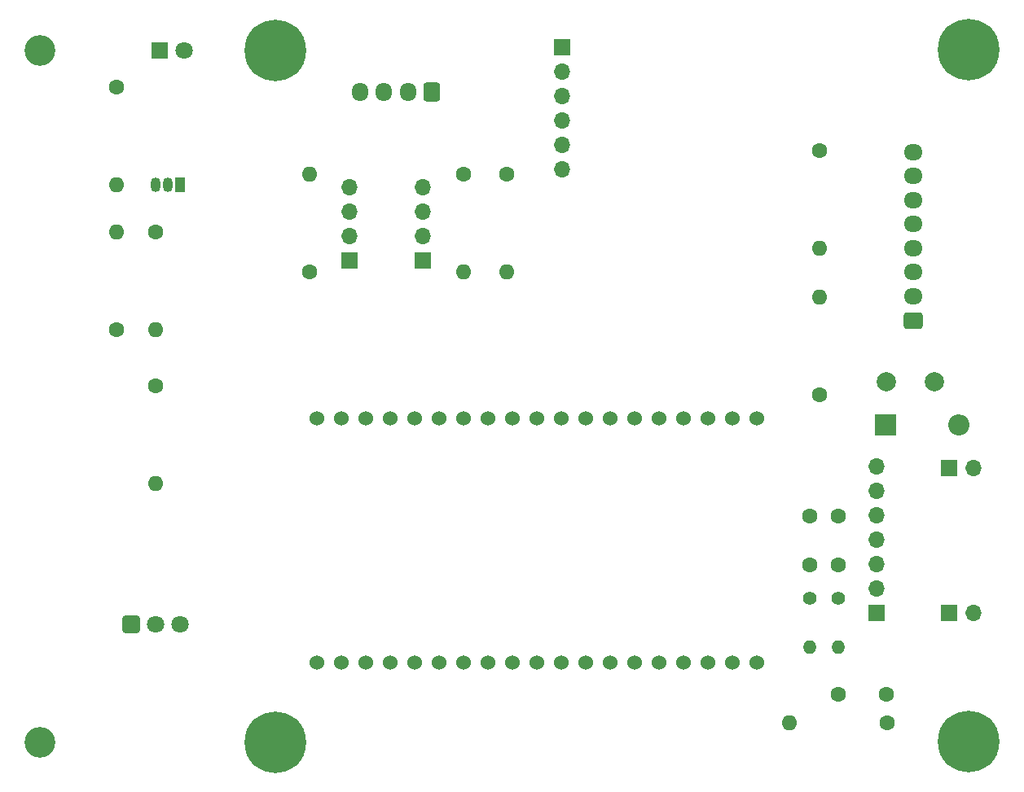
<source format=gbr>
%TF.GenerationSoftware,KiCad,Pcbnew,9.0.0*%
%TF.CreationDate,2025-11-09T18:10:32+09:00*%
%TF.ProjectId,temperature_monitor,74656d70-6572-4617-9475-72655f6d6f6e,0.1.1*%
%TF.SameCoordinates,Original*%
%TF.FileFunction,Soldermask,Bot*%
%TF.FilePolarity,Negative*%
%FSLAX46Y46*%
G04 Gerber Fmt 4.6, Leading zero omitted, Abs format (unit mm)*
G04 Created by KiCad (PCBNEW 9.0.0) date 2025-11-09 18:10:32*
%MOMM*%
%LPD*%
G01*
G04 APERTURE LIST*
G04 Aperture macros list*
%AMRoundRect*
0 Rectangle with rounded corners*
0 $1 Rounding radius*
0 $2 $3 $4 $5 $6 $7 $8 $9 X,Y pos of 4 corners*
0 Add a 4 corners polygon primitive as box body*
4,1,4,$2,$3,$4,$5,$6,$7,$8,$9,$2,$3,0*
0 Add four circle primitives for the rounded corners*
1,1,$1+$1,$2,$3*
1,1,$1+$1,$4,$5*
1,1,$1+$1,$6,$7*
1,1,$1+$1,$8,$9*
0 Add four rect primitives between the rounded corners*
20,1,$1+$1,$2,$3,$4,$5,0*
20,1,$1+$1,$4,$5,$6,$7,0*
20,1,$1+$1,$6,$7,$8,$9,0*
20,1,$1+$1,$8,$9,$2,$3,0*%
G04 Aperture macros list end*
%ADD10RoundRect,0.250000X0.725000X-0.600000X0.725000X0.600000X-0.725000X0.600000X-0.725000X-0.600000X0*%
%ADD11O,1.950000X1.700000*%
%ADD12C,3.200000*%
%ADD13C,1.600000*%
%ADD14O,1.600000X1.600000*%
%ADD15R,1.700000X1.700000*%
%ADD16O,1.700000X1.700000*%
%ADD17C,0.800000*%
%ADD18C,6.400000*%
%ADD19C,1.524000*%
%ADD20R,2.200000X2.200000*%
%ADD21O,2.200000X2.200000*%
%ADD22RoundRect,0.250000X0.600000X0.725000X-0.600000X0.725000X-0.600000X-0.725000X0.600000X-0.725000X0*%
%ADD23O,1.700000X1.950000*%
%ADD24R,1.050000X1.500000*%
%ADD25O,1.050000X1.500000*%
%ADD26C,1.400000*%
%ADD27O,1.400000X1.400000*%
%ADD28C,2.000000*%
%ADD29R,1.800000X1.800000*%
%ADD30C,1.800000*%
%ADD31RoundRect,0.248400X-0.651600X-0.651600X0.651600X-0.651600X0.651600X0.651600X-0.651600X0.651600X0*%
G04 APERTURE END LIST*
D10*
%TO.C,J3*%
X188250000Y-87100000D03*
D11*
X188250000Y-84600000D03*
X188250000Y-82100000D03*
X188250000Y-79600000D03*
X188250000Y-77100000D03*
X188250000Y-74600000D03*
X188250000Y-72100000D03*
X188250000Y-69600000D03*
%TD*%
D12*
%TO.C,H6*%
X97500000Y-131000000D03*
%TD*%
D13*
%TO.C,R5*%
X105500000Y-88080000D03*
D14*
X105500000Y-77920000D03*
%TD*%
D13*
%TO.C,R2*%
X178500000Y-94830000D03*
D14*
X178500000Y-84670000D03*
%TD*%
D13*
%TO.C,R8*%
X109500000Y-93920000D03*
D14*
X109500000Y-104080000D03*
%TD*%
D13*
%TO.C,C3*%
X180500000Y-107500000D03*
X180500000Y-112500000D03*
%TD*%
D15*
%TO.C,J1*%
X151800000Y-58720000D03*
D16*
X151800000Y-61260000D03*
X151800000Y-63800000D03*
X151800000Y-66340000D03*
X151800000Y-68880000D03*
X151800000Y-71420000D03*
%TD*%
D15*
%TO.C,J5*%
X137300000Y-80900000D03*
D16*
X137300000Y-78360000D03*
X137300000Y-75820000D03*
X137300000Y-73280000D03*
%TD*%
D17*
%TO.C,H2*%
X122000000Y-61400000D03*
X120302944Y-60697056D03*
X123697056Y-60697056D03*
X119600000Y-59000000D03*
D18*
X122000000Y-59000000D03*
D17*
X124400000Y-59000000D03*
X120302944Y-57302944D03*
X123697056Y-57302944D03*
X122000000Y-56600000D03*
%TD*%
D13*
%TO.C,R4*%
X146000000Y-71920000D03*
D14*
X146000000Y-82080000D03*
%TD*%
D19*
%TO.C,U1*%
X126310000Y-122700000D03*
X128850000Y-122700000D03*
X131390000Y-122700000D03*
X133930000Y-122700000D03*
X136470000Y-122700000D03*
X139010000Y-122700000D03*
X141550000Y-122700000D03*
X144090000Y-122700000D03*
X146630000Y-122700000D03*
X149170000Y-122700000D03*
X151710000Y-122700000D03*
X154250000Y-122700000D03*
X156790000Y-122700000D03*
X159330000Y-122700000D03*
X161870000Y-122700000D03*
X164410000Y-122700000D03*
X166950000Y-122700000D03*
X169490000Y-122700000D03*
X172030000Y-122700000D03*
X126310000Y-97300000D03*
X128850000Y-97300000D03*
X131390000Y-97300000D03*
X133930000Y-97300000D03*
X136470000Y-97300000D03*
X139010000Y-97300000D03*
X141550000Y-97300000D03*
X144090000Y-97300000D03*
X146630000Y-97300000D03*
X149170000Y-97300000D03*
X151710000Y-97300000D03*
X154250000Y-97300000D03*
X156790000Y-97300000D03*
X159330000Y-97300000D03*
X161870000Y-97300000D03*
X164410000Y-97300000D03*
X166950000Y-97300000D03*
X169490000Y-97300000D03*
X172030000Y-97300000D03*
%TD*%
D15*
%TO.C,J4*%
X129700000Y-80900000D03*
D16*
X129700000Y-78360000D03*
X129700000Y-75820000D03*
X129700000Y-73280000D03*
%TD*%
D20*
%TO.C,D2*%
X185380000Y-98000000D03*
D21*
X193000000Y-98000000D03*
%TD*%
D17*
%TO.C,H3*%
X194052944Y-133347056D03*
X192355888Y-132644112D03*
X195750000Y-132644112D03*
X191652944Y-130947056D03*
D18*
X194052944Y-130947056D03*
D17*
X196452944Y-130947056D03*
X192355888Y-129250000D03*
X195750000Y-129250000D03*
X194052944Y-128547056D03*
%TD*%
D22*
%TO.C,J2*%
X138250000Y-63350000D03*
D23*
X135750000Y-63350000D03*
X133250000Y-63350000D03*
X130750000Y-63350000D03*
%TD*%
D13*
%TO.C,R1*%
X178500000Y-69420000D03*
D14*
X178500000Y-79580000D03*
%TD*%
D24*
%TO.C,Q1*%
X112040000Y-73000000D03*
D25*
X110770000Y-73000000D03*
X109500000Y-73000000D03*
%TD*%
D15*
%TO.C,J8*%
X184500000Y-117500000D03*
D16*
X184500000Y-114960000D03*
X184500000Y-112420000D03*
X184500000Y-109880000D03*
X184500000Y-107340000D03*
X184500000Y-104800000D03*
X184500000Y-102260000D03*
%TD*%
D26*
%TO.C,R12*%
X177500000Y-116000000D03*
D27*
X177500000Y-121080000D03*
%TD*%
D13*
%TO.C,R6*%
X125500000Y-82080000D03*
D14*
X125500000Y-71920000D03*
%TD*%
D26*
%TO.C,R11*%
X180500000Y-116000000D03*
D27*
X180500000Y-121080000D03*
%TD*%
D15*
%TO.C,J6*%
X192000000Y-102500000D03*
D16*
X194540000Y-102500000D03*
%TD*%
D13*
%TO.C,R7*%
X105500000Y-62840000D03*
D14*
X105500000Y-73000000D03*
%TD*%
D13*
%TO.C,R9*%
X109500000Y-77920000D03*
D14*
X109500000Y-88080000D03*
%TD*%
D13*
%TO.C,C1*%
X185500000Y-126000000D03*
X180500000Y-126000000D03*
%TD*%
D28*
%TO.C,F1*%
X190500000Y-93500000D03*
X185500000Y-93500000D03*
%TD*%
D13*
%TO.C,R3*%
X141500000Y-71920000D03*
D14*
X141500000Y-82080000D03*
%TD*%
D13*
%TO.C,R10*%
X185580000Y-129000000D03*
D14*
X175420000Y-129000000D03*
%TD*%
D12*
%TO.C,H5*%
X97500000Y-59000000D03*
%TD*%
D17*
%TO.C,H4*%
X194052944Y-61347056D03*
X192355888Y-60644112D03*
X195750000Y-60644112D03*
X191652944Y-58947056D03*
D18*
X194052944Y-58947056D03*
D17*
X196452944Y-58947056D03*
X192355888Y-57250000D03*
X195750000Y-57250000D03*
X194052944Y-56547056D03*
%TD*%
%TO.C,H1*%
X122000000Y-133400000D03*
X120302944Y-132697056D03*
X123697056Y-132697056D03*
X119600000Y-131000000D03*
D18*
X122000000Y-131000000D03*
D17*
X124400000Y-131000000D03*
X120302944Y-129302944D03*
X123697056Y-129302944D03*
X122000000Y-128600000D03*
%TD*%
D29*
%TO.C,D1*%
X110000000Y-59000000D03*
D30*
X112540000Y-59000000D03*
%TD*%
D13*
%TO.C,C2*%
X177500000Y-107500000D03*
X177500000Y-112500000D03*
%TD*%
D15*
%TO.C,J7*%
X192000000Y-117500000D03*
D16*
X194540000Y-117500000D03*
%TD*%
D31*
%TO.C,U2*%
X106960000Y-118685000D03*
D30*
X109500000Y-118685000D03*
X112040000Y-118685000D03*
%TD*%
M02*

</source>
